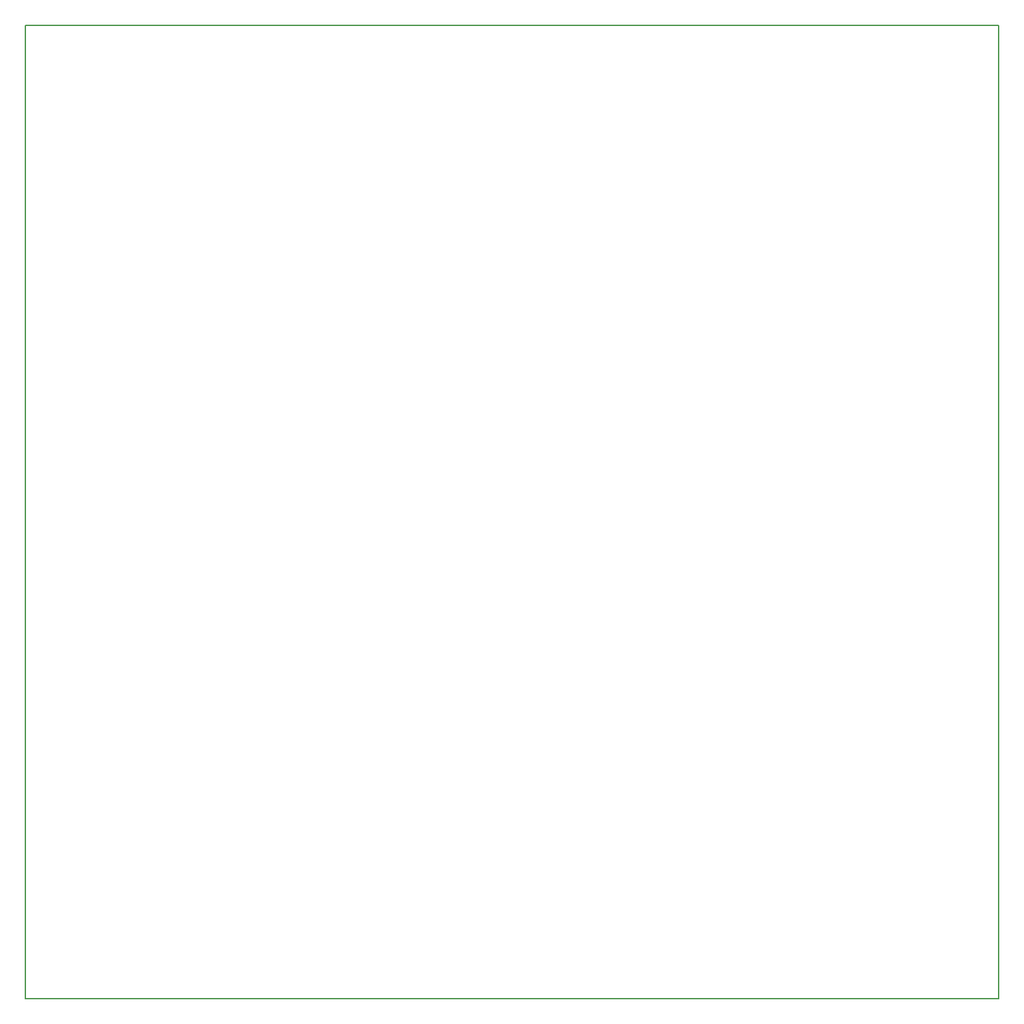
<source format=gm1>
G04 MADE WITH FRITZING*
G04 WWW.FRITZING.ORG*
G04 DOUBLE SIDED*
G04 HOLES PLATED*
G04 CONTOUR ON CENTER OF CONTOUR VECTOR*
%ASAXBY*%
%FSLAX23Y23*%
%MOIN*%
%OFA0B0*%
%SFA1.0B1.0*%
%ADD10R,5.000010X5.000010*%
%ADD11C,0.008000*%
%ADD10C,0.008*%
%LNCONTOUR*%
G90*
G70*
G54D10*
G54D11*
X4Y4996D02*
X4996Y4996D01*
X4996Y4D01*
X4Y4D01*
X4Y4996D01*
D02*
G04 End of contour*
M02*
</source>
